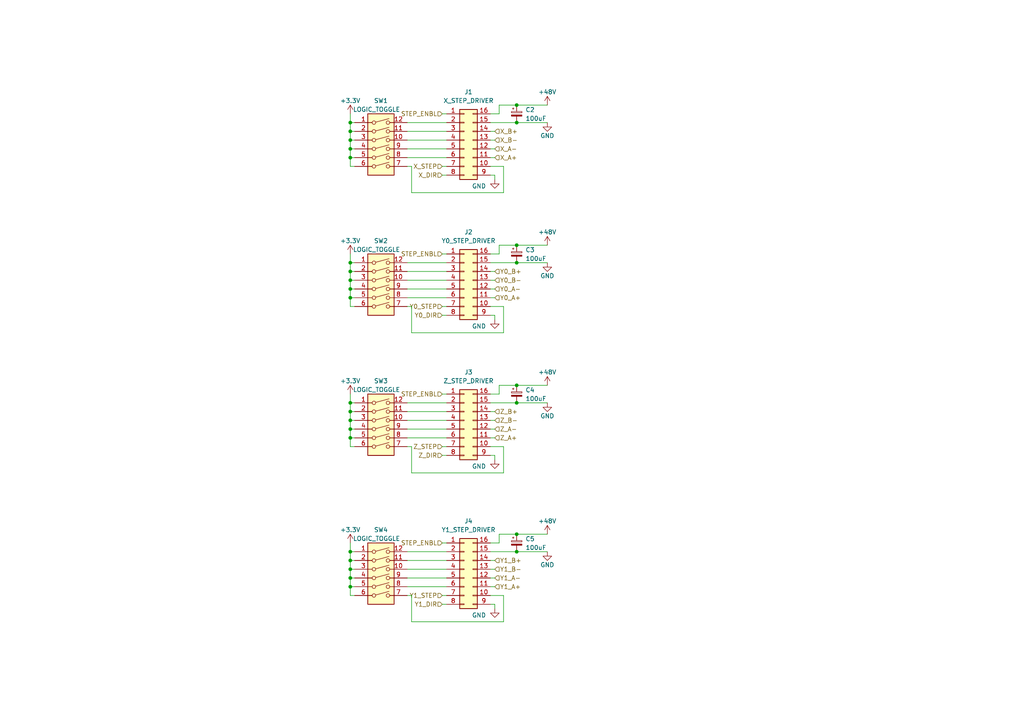
<source format=kicad_sch>
(kicad_sch (version 20230121) (generator eeschema)
  (paper "A4")
  (lib_symbols
    (symbol "+3.3V_1" (power) (pin_names (offset 0))
      (property "Value" "+3.3V_1" (at 0 3.556 0))
      (symbol "+3.3V_1_0_1"
        (polyline (pts (xy -0.762 1.27) (xy 0 2.54)))
        (polyline (pts (xy 0 0) (xy 0 2.54)))
        (polyline (pts (xy 0 2.54) (xy 0.762 1.27)))
      )
      (symbol "+3.3V_1_1_1"
        (pin power_in line (at 0 0 90) (length 0) hide (name "+3.3V") (number "1"))
      )
    )
    (symbol "Connector_Generic:Conn_02x08_Counter_Clockwise" (pin_names (offset 1.016) hide)
      (property "Reference" "J" (at 1.27 10.16 0))
      (property "Value" "Conn_02x08_Counter_Clockwise" (at 1.27 -12.7 0))
      (symbol "Conn_02x08_Counter_Clockwise_1_1"
        (rectangle (start -1.27 -10.033) (end 0 -10.287) (stroke (width 0.1524)))
        (rectangle (start -1.27 -7.493) (end 0 -7.747) (stroke (width 0.1524)))
        (rectangle (start -1.27 -4.953) (end 0 -5.207) (stroke (width 0.1524)))
        (rectangle (start -1.27 -2.413) (end 0 -2.667) (stroke (width 0.1524)))
        (rectangle (start -1.27 0.127) (end 0 -0.127) (stroke (width 0.1524)))
        (rectangle (start -1.27 2.667) (end 0 2.413) (stroke (width 0.1524)))
        (rectangle (start -1.27 5.207) (end 0 4.953) (stroke (width 0.1524)))
        (rectangle (start -1.27 7.747) (end 0 7.493) (stroke (width 0.1524)))
        (rectangle (start -1.27 8.89) (end 3.81 -11.43) (stroke (width 0.254)) (fill (type background)))
        (rectangle (start 3.81 -10.033) (end 2.54 -10.287) (stroke (width 0.1524)))
        (rectangle (start 3.81 -7.493) (end 2.54 -7.747) (stroke (width 0.1524)))
        (rectangle (start 3.81 -4.953) (end 2.54 -5.207) (stroke (width 0.1524)))
        (rectangle (start 3.81 -2.413) (end 2.54 -2.667) (stroke (width 0.1524)))
        (rectangle (start 3.81 0.127) (end 2.54 -0.127) (stroke (width 0.1524)))
        (rectangle (start 3.81 2.667) (end 2.54 2.413) (stroke (width 0.1524)))
        (rectangle (start 3.81 5.207) (end 2.54 4.953) (stroke (width 0.1524)))
        (rectangle (start 3.81 7.747) (end 2.54 7.493) (stroke (width 0.1524)))
        (pin passive line (at -5.08 7.62 0) (length 3.81) (name "Pin_1") (number "1"))
        (pin passive line (at 7.62 -7.62 180) (length 3.81) (name "Pin_10") (number "10"))
        (pin passive line (at 7.62 -5.08 180) (length 3.81) (name "Pin_11") (number "11"))
        (pin passive line (at 7.62 -2.54 180) (length 3.81) (name "Pin_12") (number "12"))
        (pin passive line (at 7.62 0 180) (length 3.81) (name "Pin_13") (number "13"))
        (pin passive line (at 7.62 2.54 180) (length 3.81) (name "Pin_14") (number "14"))
        (pin passive line (at 7.62 5.08 180) (length 3.81) (name "Pin_15") (number "15"))
        (pin passive line (at 7.62 7.62 180) (length 3.81) (name "Pin_16") (number "16"))
        (pin passive line (at -5.08 5.08 0) (length 3.81) (name "Pin_2") (number "2"))
        (pin passive line (at -5.08 2.54 0) (length 3.81) (name "Pin_3") (number "3"))
        (pin passive line (at -5.08 0 0) (length 3.81) (name "Pin_4") (number "4"))
        (pin passive line (at -5.08 -2.54 0) (length 3.81) (name "Pin_5") (number "5"))
        (pin passive line (at -5.08 -5.08 0) (length 3.81) (name "Pin_6") (number "6"))
        (pin passive line (at -5.08 -7.62 0) (length 3.81) (name "Pin_7") (number "7"))
        (pin passive line (at -5.08 -10.16 0) (length 3.81) (name "Pin_8") (number "8"))
        (pin passive line (at 7.62 -10.16 180) (length 3.81) (name "Pin_9") (number "9"))
      )
    )
    (symbol "Device:C_Polarized_Small" (pin_numbers hide) (pin_names (offset 0.254) hide)
      (property "Reference" "C" (at 0.254 1.778 0))
      (property "Value" "C_Polarized_Small" (at 0.254 -2.032 0))
      (symbol "C_Polarized_Small_0_1"
        (rectangle (start -1.524 -0.3048) (end 1.524 -0.6858) (fill (type outline)))
        (rectangle (start -1.524 0.6858) (end 1.524 0.3048))
        (polyline (pts (xy -1.27 1.524) (xy -0.762 1.524)))
        (polyline (pts (xy -1.016 1.27) (xy -1.016 1.778)))
      )
      (symbol "C_Polarized_Small_1_1"
        (pin passive line (at 0 2.54 270) (length 1.8542) (name "~") (number "1"))
        (pin passive line (at 0 -2.54 90) (length 1.8542) (name "~") (number "2"))
      )
    )
    (symbol "GND_3" (power) (pin_names (offset 0))
      (property "Value" "GND_3" (at 0 -3.81 0))
      (symbol "GND_3_0_1"
        (polyline (pts (xy 0 0) (xy 0 -1.27) (xy 1.27 -1.27) (xy 0 -2.54) (xy -1.27 -1.27) (xy 0 -1.27)))
      )
      (symbol "GND_3_1_1"
        (pin power_in line (at 0 0 270) (length 0) hide (name "GND") (number "1"))
      )
    )
    (symbol "GND_4" (power) (pin_names (offset 0))
      (property "Value" "GND_4" (at 0 -3.81 0))
      (symbol "GND_4_0_1"
        (polyline (pts (xy 0 0) (xy 0 -1.27) (xy 1.27 -1.27) (xy 0 -2.54) (xy -1.27 -1.27) (xy 0 -1.27)))
      )
      (symbol "GND_4_1_1"
        (pin power_in line (at 0 0 270) (length 0) hide (name "GND") (number "1"))
      )
    )
    (symbol "Switch:SW_DIP_x06" (pin_names (offset 0) hide)
      (property "Reference" "SW" (at 0 11.43 0))
      (property "Value" "SW_DIP_x06" (at 0 -8.89 0))
      (symbol "SW_DIP_x06_0_0"
        (circle (center -2.032 -5.08) (radius 0.508))
        (circle (center -2.032 -2.54) (radius 0.508))
        (circle (center -2.032 0) (radius 0.508))
        (circle (center -2.032 2.54) (radius 0.508))
        (circle (center -2.032 5.08) (radius 0.508))
        (circle (center -2.032 7.62) (radius 0.508))
        (polyline (pts (xy -1.524 -4.9276) (xy 2.3622 -3.8862)))
        (polyline (pts (xy -1.524 -2.3876) (xy 2.3622 -1.3462)))
        (polyline (pts (xy -1.524 0.127) (xy 2.3622 1.1684)))
        (polyline (pts (xy -1.524 2.667) (xy 2.3622 3.7084)))
        (polyline (pts (xy -1.524 5.207) (xy 2.3622 6.2484)))
        (polyline (pts (xy -1.524 7.747) (xy 2.3622 8.7884)))
        (circle (center 2.032 -5.08) (radius 0.508))
        (circle (center 2.032 -2.54) (radius 0.508))
        (circle (center 2.032 0) (radius 0.508))
        (circle (center 2.032 2.54) (radius 0.508))
        (circle (center 2.032 5.08) (radius 0.508))
        (circle (center 2.032 7.62) (radius 0.508))
      )
      (symbol "SW_DIP_x06_0_1"
        (rectangle (start -3.81 10.16) (end 3.81 -7.62) (stroke (width 0.254)) (fill (type background)))
      )
      (symbol "SW_DIP_x06_1_1"
        (pin passive line (at -7.62 7.62 0) (length 5.08) (name "~") (number "1"))
        (pin passive line (at 7.62 2.54 180) (length 5.08) (name "~") (number "10"))
        (pin passive line (at 7.62 5.08 180) (length 5.08) (name "~") (number "11"))
        (pin passive line (at 7.62 7.62 180) (length 5.08) (name "~") (number "12"))
        (pin passive line (at -7.62 5.08 0) (length 5.08) (name "~") (number "2"))
        (pin passive line (at -7.62 2.54 0) (length 5.08) (name "~") (number "3"))
        (pin passive line (at -7.62 0 0) (length 5.08) (name "~") (number "4"))
        (pin passive line (at -7.62 -2.54 0) (length 5.08) (name "~") (number "5"))
        (pin passive line (at -7.62 -5.08 0) (length 5.08) (name "~") (number "6"))
        (pin passive line (at 7.62 -5.08 180) (length 5.08) (name "~") (number "7"))
        (pin passive line (at 7.62 -2.54 180) (length 5.08) (name "~") (number "8"))
        (pin passive line (at 7.62 0 180) (length 5.08) (name "~") (number "9"))
      )
    )
    (symbol "power:+48V" (power) (pin_names (offset 0))
      (property "Value" "+48V" (at 0 3.556 0))
      (symbol "+48V_0_1"
        (polyline (pts (xy -0.762 1.27) (xy 0 2.54)))
        (polyline (pts (xy 0 0) (xy 0 2.54)))
        (polyline (pts (xy 0 2.54) (xy 0.762 1.27)))
      )
      (symbol "+48V_1_1"
        (pin power_in line (at 0 0 90) (length 0) hide (name "+48V") (number "1"))
      )
    )
  )
  (junction (at 149.86 76.2))
  (junction (at 149.86 35.56))
  (junction (at 101.6 124.46))
  (junction (at 101.6 86.36))
  (junction (at 101.6 45.72))
  (junction (at 101.6 83.82))
  (junction (at 101.6 43.18))
  (junction (at 101.6 76.2))
  (junction (at 101.6 40.64))
  (junction (at 101.6 119.38))
  (junction (at 101.6 121.92))
  (junction (at 149.86 30.48))
  (junction (at 101.6 165.1))
  (junction (at 101.6 116.84))
  (junction (at 101.6 78.74))
  (junction (at 149.86 111.76))
  (junction (at 101.6 38.1))
  (junction (at 101.6 81.28))
  (junction (at 149.86 154.94))
  (junction (at 101.6 167.64))
  (junction (at 101.6 160.02))
  (junction (at 101.6 170.18))
  (junction (at 101.6 35.56))
  (junction (at 101.6 127))
  (junction (at 149.86 116.84))
  (junction (at 101.6 162.56))
  (junction (at 149.86 160.02))
  (junction (at 149.86 71.12))
  (wire (pts (xy 118.11 124.46) (xy 129.54 124.46)))
  (wire (pts (xy 101.6 81.28) (xy 101.6 83.82)))
  (wire (pts (xy 118.11 38.1) (xy 129.54 38.1)))
  (wire (pts (xy 143.51 162.56) (xy 142.24 162.56)))
  (wire (pts (xy 143.51 165.1) (xy 142.24 165.1)))
  (wire (pts (xy 143.51 83.82) (xy 142.24 83.82)))
  (wire (pts (xy 149.86 160.02) (xy 158.75 160.02)))
  (wire (pts (xy 143.51 86.36) (xy 142.24 86.36)))
  (wire (pts (xy 101.6 38.1) (xy 102.87 38.1)))
  (wire (pts (xy 101.6 83.82) (xy 101.6 86.36)))
  (wire (pts (xy 101.6 73.66) (xy 101.6 76.2)))
  (wire (pts (xy 146.05 137.16) (xy 146.05 129.54)))
  (wire (pts (xy 118.11 119.38) (xy 129.54 119.38)))
  (wire (pts (xy 149.86 111.76) (xy 158.75 111.76)))
  (wire (pts (xy 118.11 121.92) (xy 129.54 121.92)))
  (wire (pts (xy 101.6 78.74) (xy 102.87 78.74)))
  (wire (pts (xy 101.6 165.1) (xy 102.87 165.1)))
  (wire (pts (xy 119.38 172.72) (xy 119.38 180.34)))
  (wire (pts (xy 128.27 114.3) (xy 129.54 114.3)))
  (wire (pts (xy 101.6 157.48) (xy 101.6 160.02)))
  (wire (pts (xy 101.6 170.18) (xy 101.6 172.72)))
  (wire (pts (xy 101.6 35.56) (xy 101.6 38.1)))
  (wire (pts (xy 128.27 175.26) (xy 129.54 175.26)))
  (wire (pts (xy 101.6 114.3) (xy 101.6 116.84)))
  (wire (pts (xy 146.05 180.34) (xy 146.05 172.72)))
  (wire (pts (xy 101.6 162.56) (xy 102.87 162.56)))
  (wire (pts (xy 101.6 165.1) (xy 101.6 167.64)))
  (wire (pts (xy 144.78 71.12) (xy 149.86 71.12)))
  (wire (pts (xy 101.6 45.72) (xy 102.87 45.72)))
  (wire (pts (xy 143.51 119.38) (xy 142.24 119.38)))
  (wire (pts (xy 144.78 30.48) (xy 149.86 30.48)))
  (wire (pts (xy 101.6 76.2) (xy 102.87 76.2)))
  (wire (pts (xy 146.05 129.54) (xy 142.24 129.54)))
  (wire (pts (xy 143.51 167.64) (xy 142.24 167.64)))
  (wire (pts (xy 101.6 88.9) (xy 102.87 88.9)))
  (wire (pts (xy 128.27 132.08) (xy 129.54 132.08)))
  (wire (pts (xy 142.24 76.2) (xy 149.86 76.2)))
  (wire (pts (xy 144.78 73.66) (xy 142.24 73.66)))
  (wire (pts (xy 142.24 91.44) (xy 143.51 91.44)))
  (wire (pts (xy 149.86 35.56) (xy 158.75 35.56)))
  (wire (pts (xy 144.78 114.3) (xy 142.24 114.3)))
  (wire (pts (xy 101.6 86.36) (xy 101.6 88.9)))
  (wire (pts (xy 118.11 160.02) (xy 129.54 160.02)))
  (wire (pts (xy 119.38 180.34) (xy 146.05 180.34)))
  (wire (pts (xy 118.11 165.1) (xy 129.54 165.1)))
  (wire (pts (xy 118.11 45.72) (xy 129.54 45.72)))
  (wire (pts (xy 101.6 124.46) (xy 101.6 127)))
  (wire (pts (xy 101.6 162.56) (xy 101.6 165.1)))
  (wire (pts (xy 101.6 116.84) (xy 101.6 119.38)))
  (wire (pts (xy 118.11 172.72) (xy 119.38 172.72)))
  (wire (pts (xy 119.38 129.54) (xy 119.38 137.16)))
  (wire (pts (xy 146.05 55.88) (xy 146.05 48.26)))
  (wire (pts (xy 149.86 30.48) (xy 158.75 30.48)))
  (wire (pts (xy 101.6 116.84) (xy 102.87 116.84)))
  (wire (pts (xy 143.51 40.64) (xy 142.24 40.64)))
  (wire (pts (xy 101.6 119.38) (xy 101.6 121.92)))
  (wire (pts (xy 142.24 35.56) (xy 149.86 35.56)))
  (wire (pts (xy 118.11 83.82) (xy 129.54 83.82)))
  (wire (pts (xy 101.6 40.64) (xy 101.6 43.18)))
  (wire (pts (xy 101.6 78.74) (xy 101.6 81.28)))
  (wire (pts (xy 101.6 160.02) (xy 102.87 160.02)))
  (wire (pts (xy 143.51 132.08) (xy 143.51 133.35)))
  (wire (pts (xy 118.11 35.56) (xy 129.54 35.56)))
  (wire (pts (xy 101.6 48.26) (xy 102.87 48.26)))
  (wire (pts (xy 101.6 45.72) (xy 101.6 48.26)))
  (wire (pts (xy 144.78 154.94) (xy 149.86 154.94)))
  (wire (pts (xy 101.6 119.38) (xy 102.87 119.38)))
  (wire (pts (xy 128.27 172.72) (xy 129.54 172.72)))
  (wire (pts (xy 143.51 121.92) (xy 142.24 121.92)))
  (wire (pts (xy 118.11 81.28) (xy 129.54 81.28)))
  (wire (pts (xy 118.11 43.18) (xy 129.54 43.18)))
  (wire (pts (xy 128.27 91.44) (xy 129.54 91.44)))
  (wire (pts (xy 101.6 124.46) (xy 102.87 124.46)))
  (wire (pts (xy 101.6 35.56) (xy 102.87 35.56)))
  (wire (pts (xy 144.78 111.76) (xy 149.86 111.76)))
  (wire (pts (xy 118.11 127) (xy 129.54 127)))
  (wire (pts (xy 128.27 48.26) (xy 129.54 48.26)))
  (wire (pts (xy 118.11 170.18) (xy 129.54 170.18)))
  (wire (pts (xy 142.24 116.84) (xy 149.86 116.84)))
  (wire (pts (xy 101.6 43.18) (xy 101.6 45.72)))
  (wire (pts (xy 142.24 160.02) (xy 149.86 160.02)))
  (wire (pts (xy 128.27 33.02) (xy 129.54 33.02)))
  (wire (pts (xy 118.11 167.64) (xy 129.54 167.64)))
  (wire (pts (xy 146.05 96.52) (xy 146.05 88.9)))
  (wire (pts (xy 143.51 78.74) (xy 142.24 78.74)))
  (wire (pts (xy 149.86 154.94) (xy 158.75 154.94)))
  (wire (pts (xy 144.78 154.94) (xy 144.78 157.48)))
  (wire (pts (xy 149.86 116.84) (xy 158.75 116.84)))
  (wire (pts (xy 101.6 160.02) (xy 101.6 162.56)))
  (wire (pts (xy 128.27 157.48) (xy 129.54 157.48)))
  (wire (pts (xy 143.51 170.18) (xy 142.24 170.18)))
  (wire (pts (xy 149.86 71.12) (xy 158.75 71.12)))
  (wire (pts (xy 101.6 172.72) (xy 102.87 172.72)))
  (wire (pts (xy 101.6 167.64) (xy 102.87 167.64)))
  (wire (pts (xy 118.11 76.2) (xy 129.54 76.2)))
  (wire (pts (xy 142.24 175.26) (xy 143.51 175.26)))
  (wire (pts (xy 143.51 91.44) (xy 143.51 92.71)))
  (wire (pts (xy 101.6 43.18) (xy 102.87 43.18)))
  (wire (pts (xy 143.51 38.1) (xy 142.24 38.1)))
  (wire (pts (xy 143.51 50.8) (xy 143.51 52.07)))
  (wire (pts (xy 146.05 172.72) (xy 142.24 172.72)))
  (wire (pts (xy 119.38 48.26) (xy 119.38 55.88)))
  (wire (pts (xy 101.6 40.64) (xy 102.87 40.64)))
  (wire (pts (xy 101.6 38.1) (xy 101.6 40.64)))
  (wire (pts (xy 101.6 129.54) (xy 102.87 129.54)))
  (wire (pts (xy 143.51 124.46) (xy 142.24 124.46)))
  (wire (pts (xy 142.24 132.08) (xy 143.51 132.08)))
  (wire (pts (xy 101.6 86.36) (xy 102.87 86.36)))
  (wire (pts (xy 146.05 88.9) (xy 142.24 88.9)))
  (wire (pts (xy 101.6 76.2) (xy 101.6 78.74)))
  (wire (pts (xy 119.38 55.88) (xy 146.05 55.88)))
  (wire (pts (xy 118.11 48.26) (xy 119.38 48.26)))
  (wire (pts (xy 118.11 78.74) (xy 129.54 78.74)))
  (wire (pts (xy 143.51 127) (xy 142.24 127)))
  (wire (pts (xy 101.6 83.82) (xy 102.87 83.82)))
  (wire (pts (xy 128.27 50.8) (xy 129.54 50.8)))
  (wire (pts (xy 128.27 129.54) (xy 129.54 129.54)))
  (wire (pts (xy 101.6 33.02) (xy 101.6 35.56)))
  (wire (pts (xy 144.78 111.76) (xy 144.78 114.3)))
  (wire (pts (xy 118.11 88.9) (xy 119.38 88.9)))
  (wire (pts (xy 128.27 88.9) (xy 129.54 88.9)))
  (wire (pts (xy 101.6 127) (xy 102.87 127)))
  (wire (pts (xy 118.11 129.54) (xy 119.38 129.54)))
  (wire (pts (xy 144.78 71.12) (xy 144.78 73.66)))
  (wire (pts (xy 143.51 81.28) (xy 142.24 81.28)))
  (wire (pts (xy 144.78 157.48) (xy 142.24 157.48)))
  (wire (pts (xy 143.51 45.72) (xy 142.24 45.72)))
  (wire (pts (xy 144.78 33.02) (xy 142.24 33.02)))
  (wire (pts (xy 142.24 50.8) (xy 143.51 50.8)))
  (wire (pts (xy 143.51 43.18) (xy 142.24 43.18)))
  (wire (pts (xy 118.11 162.56) (xy 129.54 162.56)))
  (wire (pts (xy 101.6 121.92) (xy 102.87 121.92)))
  (wire (pts (xy 101.6 167.64) (xy 101.6 170.18)))
  (wire (pts (xy 118.11 116.84) (xy 129.54 116.84)))
  (wire (pts (xy 119.38 96.52) (xy 146.05 96.52)))
  (wire (pts (xy 118.11 40.64) (xy 129.54 40.64)))
  (wire (pts (xy 118.11 86.36) (xy 129.54 86.36)))
  (wire (pts (xy 101.6 170.18) (xy 102.87 170.18)))
  (wire (pts (xy 149.86 76.2) (xy 158.75 76.2)))
  (wire (pts (xy 101.6 127) (xy 101.6 129.54)))
  (wire (pts (xy 143.51 175.26) (xy 143.51 176.53)))
  (wire (pts (xy 119.38 88.9) (xy 119.38 96.52)))
  (wire (pts (xy 101.6 81.28) (xy 102.87 81.28)))
  (wire (pts (xy 101.6 121.92) (xy 101.6 124.46)))
  (wire (pts (xy 119.38 137.16) (xy 146.05 137.16)))
  (wire (pts (xy 146.05 48.26) (xy 142.24 48.26)))
  (wire (pts (xy 128.27 73.66) (xy 129.54 73.66)))
  (wire (pts (xy 144.78 30.48) (xy 144.78 33.02)))
  (hierarchical_label "Y0_DIR" (shape input) (at 128.27 91.44 180))
  (hierarchical_label "STEP_ENBL" (shape input) (at 128.27 33.02 180))
  (hierarchical_label "Z_B-" (shape input) (at 143.51 121.92 0))
  (hierarchical_label "X_B-" (shape input) (at 143.51 40.64 0))
  (hierarchical_label "Y0_B-" (shape input) (at 143.51 81.28 0))
  (hierarchical_label "Y1_B+" (shape input) (at 143.51 162.56 0))
  (hierarchical_label "Y0_A+" (shape input) (at 143.51 86.36 0))
  (hierarchical_label "X_A-" (shape input) (at 143.51 43.18 0))
  (hierarchical_label "Y1_STEP" (shape input) (at 128.27 172.72 180))
  (hierarchical_label "Z_DIR" (shape input) (at 128.27 132.08 180))
  (hierarchical_label "Y0_STEP" (shape input) (at 128.27 88.9 180))
  (hierarchical_label "STEP_ENBL" (shape input) (at 128.27 73.66 180))
  (hierarchical_label "Y1_A-" (shape input) (at 143.51 167.64 0))
  (hierarchical_label "Z_A-" (shape input) (at 143.51 124.46 0))
  (hierarchical_label "X_A+" (shape input) (at 143.51 45.72 0))
  (hierarchical_label "Z_B+" (shape input) (at 143.51 119.38 0))
  (hierarchical_label "X_DIR" (shape input) (at 128.27 50.8 180))
  (hierarchical_label "Y0_B+" (shape input) (at 143.51 78.74 0))
  (hierarchical_label "Z_STEP" (shape input) (at 128.27 129.54 180))
  (hierarchical_label "Y0_A-" (shape input) (at 143.51 83.82 0))
  (hierarchical_label "STEP_ENBL" (shape input) (at 128.27 114.3 180))
  (hierarchical_label "Y1_DIR" (shape input) (at 128.27 175.26 180))
  (hierarchical_label "Z_A+" (shape input) (at 143.51 127 0))
  (hierarchical_label "X_B+" (shape input) (at 143.51 38.1 0))
  (hierarchical_label "X_STEP" (shape input) (at 128.27 48.26 180))
  (hierarchical_label "STEP_ENBL" (shape input) (at 128.27 157.48 180))
  (hierarchical_label "Y1_B-" (shape input) (at 143.51 165.1 0))
  (hierarchical_label "Y1_A+" (shape input) (at 143.51 170.18 0))
  (symbol (lib_name "GND_3") (lib_id "power:GND") (at 143.51 92.71 0) (unit 1)
    (property "Reference" "#PWR08" (effects hide))
    (property "Value" "GND" (at 140.97 94.615 0) (effects (justify right)))
    (instances (project "simiacore" (path "" (reference "#PWR08") (unit 1)) (path "" (reference "#PWR09") (unit 1))))
  )
  (symbol (lib_id "Device:C_Polarized_Small") (at 149.86 157.48 0) (unit 1)
    (property "Reference" "C5" (at 152.4 156.2989 0) (effects (justify left)))
    (property "Value" "100uF" (at 152.4 158.8389 0) (effects (justify left)))
    (property "Footprint" "simiacorelibrary:MAL203859101E3" (effects hide))
  )
  (symbol (lib_id "Switch:SW_DIP_x06") (at 110.49 83.82 0) (unit 1)
    (property "Reference" "SW2" (at 110.49 69.85 0))
    (property "Value" "LOGIC_TOGGLE" (at 109.22 72.39 0))
    (property "Footprint" "simiacorelibrary:CFS-0600TB" (effects hide))
    (property "Datasheet" "https://www.mouser.com/datasheet/2/972/cfs-1628139.pdf" (effects hide))
  )
  (symbol (lib_name "GND_4") (lib_id "power:GND") (at 158.75 35.56 0) (unit 1)
    (property "Reference" "#PWR06" (effects hide))
    (property "Value" "GND" (at 158.75 39.37 0))
    (instances (project "simiacore" (path "" (reference "#PWR06") (unit 1)) (path "" (reference "#PWR013") (unit 1))))
  )
  (symbol (lib_id "Device:C_Polarized_Small") (at 149.86 73.66 0) (unit 1)
    (property "Reference" "C3" (at 152.4 72.4789 0) (effects (justify left)))
    (property "Value" "100uF" (at 152.4 75.0189 0) (effects (justify left)))
    (property "Footprint" "simiacorelibrary:MAL203859101E3" (effects hide))
  )
  (symbol (lib_id "Switch:SW_DIP_x06") (at 110.49 167.64 0) (unit 1)
    (property "Reference" "SW4" (at 110.49 153.67 0))
    (property "Value" "LOGIC_TOGGLE" (at 109.22 156.21 0))
    (property "Footprint" "simiacorelibrary:CFS-0600TB" (effects hide))
    (property "Datasheet" "https://www.mouser.com/datasheet/2/972/cfs-1628139.pdf" (effects hide))
  )
  (symbol (lib_id "power:+48V") (at 158.75 111.76 0) (unit 1)
    (property "Reference" "#PWR039" (effects hide))
    (property "Value" "+48V" (at 158.75 107.95 0))
    (instances (project "simiacore" (path "" (reference "#PWR039") (unit 1)) (path "" (reference "#PWR037") (unit 1))))
  )
  (symbol (lib_id "Connector_Generic:Conn_02x08_Counter_Clockwise") (at 134.62 165.1 0) (unit 1)
    (property "Reference" "J4" (at 135.89 151.13 0))
    (property "Value" "Y1_STEP_DRIVER" (at 135.89 153.67 0))
    (property "Footprint" "simiacorelibrary:16pinStepperDriverHeader" (effects hide))
  )
  (symbol (lib_id "power:+48V") (at 158.75 154.94 0) (unit 1)
    (property "Reference" "#PWR040" (effects hide))
    (property "Value" "+48V" (at 158.75 151.13 0))
    (instances (project "simiacore" (path "" (reference "#PWR040") (unit 1)) (path "" (reference "#PWR039") (unit 1))))
  )
  (symbol (lib_name "+3.3V_1") (lib_id "power:+3.3V") (at 101.6 114.3 0) (unit 1)
    (property "Reference" "#PWR010" (effects hide))
    (property "Value" "+3.3V" (at 101.6 110.49 0))
    (instances (project "simiacore" (path "" (reference "#PWR010") (unit 1)) (path "" (reference "#PWR06") (unit 1))))
  )
  (symbol (lib_name "+3.3V_1") (lib_id "power:+3.3V") (at 101.6 157.48 0) (unit 1)
    (property "Reference" "#PWR011" (effects hide))
    (property "Value" "+3.3V" (at 101.6 153.67 0))
    (instances (project "simiacore" (path "" (reference "#PWR011") (unit 1)) (path "" (reference "#PWR07") (unit 1))))
  )
  (symbol (lib_id "Connector_Generic:Conn_02x08_Counter_Clockwise") (at 134.62 81.28 0) (unit 1)
    (property "Reference" "J2" (at 135.89 67.31 0))
    (property "Value" "Y0_STEP_DRIVER" (at 135.89 69.85 0))
    (property "Footprint" "simiacorelibrary:16pinStepperDriverHeader" (effects hide))
  )
  (symbol (lib_name "GND_3") (lib_id "power:GND") (at 143.51 52.07 0) (unit 1)
    (property "Reference" "#PWR05" (effects hide))
    (property "Value" "GND" (at 140.97 53.975 0) (effects (justify right)))
    (instances (project "simiacore" (path "" (reference "#PWR05") (unit 1)) (path "" (reference "#PWR08") (unit 1))))
  )
  (symbol (lib_name "GND_4") (lib_id "power:GND") (at 158.75 116.84 0) (unit 1)
    (property "Reference" "#PWR014" (effects hide))
    (property "Value" "GND" (at 158.75 120.65 0))
    (instances (project "simiacore" (path "" (reference "#PWR014") (unit 1)) (path "" (reference "#PWR038") (unit 1))))
  )
  (symbol (lib_name "+3.3V_1") (lib_id "power:+3.3V") (at 101.6 33.02 0) (unit 1)
    (property "Reference" "#PWR04" (effects hide))
    (property "Value" "+3.3V" (at 101.6 29.21 0))
  )
  (symbol (lib_name "GND_3") (lib_id "power:GND") (at 143.51 133.35 0) (unit 1)
    (property "Reference" "#PWR012" (effects hide))
    (property "Value" "GND" (at 140.97 135.255 0) (effects (justify right)))
    (instances (project "simiacore" (path "" (reference "#PWR012") (unit 1)) (path "" (reference "#PWR010") (unit 1))))
  )
  (symbol (lib_id "power:+48V") (at 158.75 30.48 0) (unit 1)
    (property "Reference" "#PWR037" (effects hide))
    (property "Value" "+48V" (at 158.75 26.67 0))
    (instances (project "simiacore" (path "" (reference "#PWR037") (unit 1)) (path "" (reference "#PWR012") (unit 1))))
  )
  (symbol (lib_id "Switch:SW_DIP_x06") (at 110.49 43.18 0) (unit 1)
    (property "Reference" "SW1" (at 110.49 29.21 0))
    (property "Value" "LOGIC_TOGGLE" (at 109.22 31.75 0))
    (property "Footprint" "simiacorelibrary:CFS-0600TB" (effects hide))
    (property "Datasheet" "https://www.mouser.com/datasheet/2/972/cfs-1628139.pdf" (effects hide))
  )
  (symbol (lib_name "GND_4") (lib_id "power:GND") (at 158.75 76.2 0) (unit 1)
    (property "Reference" "#PWR09" (effects hide))
    (property "Value" "GND" (at 158.75 80.01 0))
    (instances (project "simiacore" (path "" (reference "#PWR09") (unit 1)) (path "" (reference "#PWR015") (unit 1))))
  )
  (symbol (lib_id "Device:C_Polarized_Small") (at 149.86 114.3 0) (unit 1)
    (property "Reference" "C4" (at 152.4 113.1189 0) (effects (justify left)))
    (property "Value" "100uF" (at 152.4 115.6589 0) (effects (justify left)))
    (property "Footprint" "simiacorelibrary:MAL203859101E3" (effects hide))
  )
  (symbol (lib_id "Device:C_Polarized_Small") (at 149.86 33.02 0) (unit 1)
    (property "Reference" "C2" (at 152.4 31.8389 0) (effects (justify left)))
    (property "Value" "100uF" (at 152.4 34.3789 0) (effects (justify left)))
    (property "Footprint" "simiacorelibrary:MAL203859101E3" (effects hide))
  )
  (symbol (lib_id "Connector_Generic:Conn_02x08_Counter_Clockwise") (at 134.62 121.92 0) (unit 1)
    (property "Reference" "J3" (at 135.89 107.95 0))
    (property "Value" "Z_STEP_DRIVER" (at 135.89 110.49 0))
    (property "Footprint" "simiacorelibrary:16pinStepperDriverHeader" (effects hide))
  )
  (symbol (lib_name "GND_4") (lib_id "power:GND") (at 158.75 160.02 0) (unit 1)
    (property "Reference" "#PWR015" (effects hide))
    (property "Value" "GND" (at 158.75 163.83 0))
    (instances (project "simiacore" (path "" (reference "#PWR015") (unit 1)) (path "" (reference "#PWR040") (unit 1))))
  )
  (symbol (lib_name "+3.3V_1") (lib_id "power:+3.3V") (at 101.6 73.66 0) (unit 1)
    (property "Reference" "#PWR07" (effects hide))
    (property "Value" "+3.3V" (at 101.6 69.85 0))
    (instances (project "simiacore" (path "" (reference "#PWR07") (unit 1)) (path "" (reference "#PWR05") (unit 1))))
  )
  (symbol (lib_id "Connector_Generic:Conn_02x08_Counter_Clockwise") (at 134.62 40.64 0) (unit 1)
    (property "Reference" "J1" (at 135.89 26.67 0))
    (property "Value" "X_STEP_DRIVER" (at 135.89 29.21 0))
    (property "Footprint" "simiacorelibrary:16pinStepperDriverHeader" (effects hide))
  )
  (symbol (lib_name "GND_3") (lib_id "power:GND") (at 143.51 176.53 0) (unit 1)
    (property "Reference" "#PWR013" (effects hide))
    (property "Value" "GND" (at 140.97 178.435 0) (effects (justify right)))
    (instances (project "simiacore" (path "" (reference "#PWR013") (unit 1)) (path "" (reference "#PWR011") (unit 1))))
  )
  (symbol (lib_id "power:+48V") (at 158.75 71.12 0) (unit 1)
    (property "Reference" "#PWR038" (effects hide))
    (property "Value" "+48V" (at 158.75 67.31 0))
    (instances (project "simiacore" (path "" (reference "#PWR038") (unit 1)) (path "" (reference "#PWR014") (unit 1))))
  )
  (symbol (lib_id "Switch:SW_DIP_x06") (at 110.49 124.46 0) (unit 1)
    (property "Reference" "SW3" (at 110.49 110.49 0))
    (property "Value" "LOGIC_TOGGLE" (at 109.22 113.03 0))
    (property "Footprint" "simiacorelibrary:CFS-0600TB" (effects hide))
    (property "Datasheet" "https://www.mouser.com/datasheet/2/972/cfs-1628139.pdf" (effects hide))
  )
)
</source>
